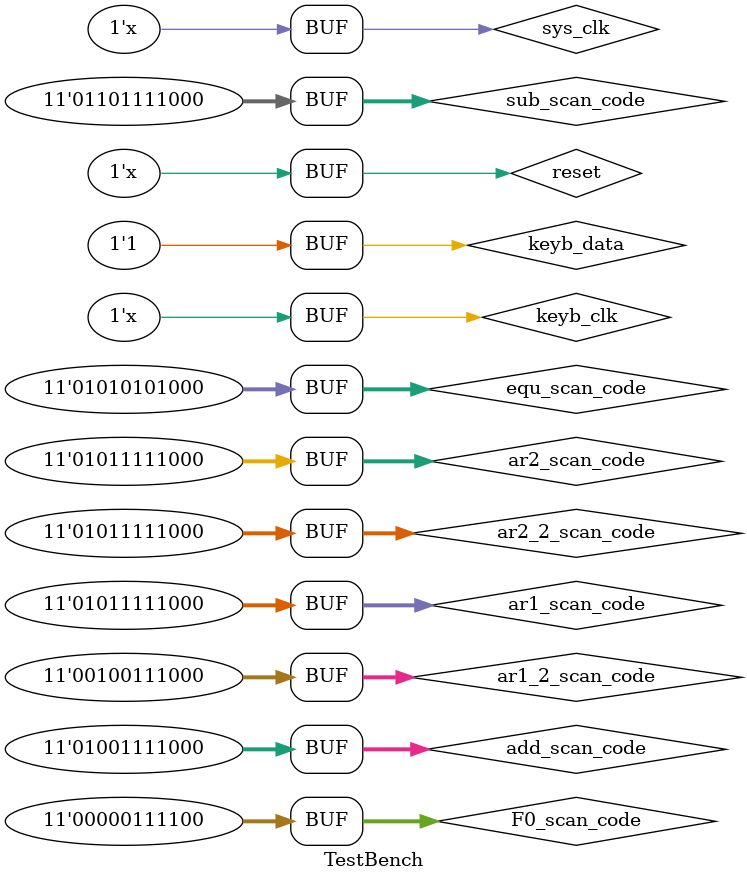
<source format=v>
module calculator(sys_clk,reset,keyb_clk,keyb_data,HEX7,HEX6,HEX5,HEX4,HEX3,HEX2,a,b,c,disp1,disp2,result,next_calc_state,keyb_data_8bit);
   input sys_clk,reset,keyb_data;//οι είσοδοι του κυκλώματος
   input keyb_clk;//keyb_clk που λειτουργεί και σαν είσοδος και σαν έξοδος
   //inout keyb_clk;//keyb_clk που λειτουργεί και σαν είσοδος και σαν έξοδος
   output reg [6:0] HEX2,HEX3,HEX4,HEX5,HEX6,HEX7;//οι έξοδοι του κυκλώματος μας για την αναπαράσταση της πράξης
   parameter [2:0] WAIT_OPERAND1=3'b000,WAIT_OPERATOR=3'b001,WAIT_OPERAND2=3'b010,WAIT_EQ=3'b011,WAIT_F0=3'b100,AFTER_F0=3'b101;//όλες οι καταστάσεις του state machine
   
   reg [5:0] keyb_clk_samples;//ο right shift register που θα χρησιμοποιήσουμε για την δειγματοληψία του ρολογιού του πληκτρολογίου
   reg [10:0] keyb_data_reg;//o right shift register που θα χρησιμοποιήσουμε για την δειγματοληψία των δεδομένων που μας στέλνει το πληκτρολόγιο
   output reg [7:0] keyb_data_8bit;//register για την αποθήκευση και την αποκωδικοποίηση των 8-bit από τα 11 που στέλνει το πληκτρολόγιο για κάθε κουμπί
   
   output wire [5:0] result;//wire που θα χρησιμοποιήσουμε για την αποθήκευση του αποτελέσματος της πράξης
   wire [5:0] mux;//θα οδηγεί στην είσοδο του δεύτερου επιπέδου αποκωδικοποιητή το τελούμενο ή το άθροισμα ανάλογα με την τρέχουσα κατάσταση του fsm
   output reg [5:0] a;//register για την αποθήκευση της αποκωδικοποιημένης τιμής του πρώτου αριθμού
   output reg [5:0] b;//register για την αποθήκευση της αποκωδικοποιημένης τιμής του δεύτερου αριθμού
   output reg [5:0] c;//register για την αποθήκευση της αποκωδικοποιημένης τιμής
   reg op;//καταχωρητής του 1-bit ο οποίος θα καθορίζει την πράξη που θα εκτελεστεί
   
   //καταχωρητές που χρησιμοποιεί το fsm
   output reg [2:0] next_calc_state;
   reg [2:0] state;
   
   //καταχωρητές που χρησιμοποιεί ο δεύτερος αποκωδικοποιητής για την αποθήκευση των τιμών των displays
   output reg [6:0] disp1,disp2;
   
   
   //assign keyb_clk=(!keyb_data_reg[0])?1'b0:1'bz;//το πληκτρολόγιο δεν μπορεί να στείλει δεδομένα πριν επναρχικοποιηθεί ο keyb_data_reg register με άσσους   
   
   assign mux=(next_calc_state==WAIT_EQ)?result:c;//αν περιμένω αποτέλεσμα θα στείλω στον αποκωδικοποιητή το άθροισμα, αλλιώς το τελούμενο της πράξης
   
   assign result=op?a+(~b)+1'b1:a+b;//αν η τιμή του op είναι 1 κάνουμε αφαίρεση, αλλιώς κάνουμε πρόσθεση
   
   
   
   //σε αυτό το always περιγράφεται ο τρόπος λειτουργίας του keyb_clk_samples register
   always @(posedge sys_clk or posedge reset)
    begin
      if(reset)
	     keyb_clk_samples<=6'b000000;
	  else//ολίσθηση των bits προς τα δεξιά
	     keyb_clk_samples<={keyb_clk,keyb_clk_samples[5:1]};
    end
		 
   //σε αυτό το always περιγράφεται ο τρόπος λειτουργίας του keyb_data_reg register
   always @(posedge sys_clk or posedge reset)
    begin
      if(reset)
	     keyb_data_reg<=11'b11111111111;
	  else if(!keyb_data_reg[0])//αν ισχύει έχω λάβει τα 11-bit και κάνω αρχικοποίηση ξανά για την λήψη της επόμενης 11-abiths ποσότητας
	    begin
          keyb_data_8bit<=keyb_data_reg[8:1];//κρατάμε τα 8-bit ώστε να τα αποκωδικοποιήσουμε στη συνέχεια	
		  keyb_data_reg<=11'b11111111111;//αρχικοποίηση ξανά για την λήψη της επόμενης 11-abiths ποσότητας
	    end
	  else if(keyb_clk_samples==6'b000111)//αν έχει ανιχνευθεί μετάβαση από 1 σε 0 του keyb_clk τοτέ δειγματολειπτώ το keyb_data ολισθαίνοντας τα παλιά bits προς τα δεξιά
		 keyb_data_reg<={keyb_data,keyb_data_reg[10:1]};	 
    end
		 
   //σε αυτό το always περιγράφεται ο αποκωδικοποιητής ο οποίος παίρνει σαν είσοδο τα 8-bit από τα δεδομένα του πληκτρολογίου και επιστρέφει την αντίστοιχη 6-bit αναπαράσταση του δυαδικού αριθμού 
   always @(*)
    begin
		case(keyb_data_8bit)
		    8'h16: c<=6'd1;
		    8'h1E: c<=6'd2;
		    8'h26: c<=6'd3;
		    8'h25: c<=6'd4;
		    8'h2E: c<=6'd5;
		    8'h36: c<=6'd6;
		    8'h3D: c<=6'd7;
		    8'h3E: c<=6'd8;
		    8'h46: c<=6'd9;
		    8'h45: c<=6'd0;
		    8'h69: c<=6'd1;
		    8'h72: c<=6'd2;
		    8'h7A: c<=6'd3;
		    8'h6B: c<=6'd4;
		    8'h73: c<=6'd5;
		    8'h74: c<=6'd6;
		    8'h6C: c<=6'd7;
		    8'h75: c<=6'd8;
		    8'h7D: c<=6'd9;
		    8'h70: c<=6'd0;
		    default: c<=6'b100000;//περίπτωση που πατήθηκε κουμπί που δεν αντιστοιχεί σε αριθμό
		endcase
	end
		 	 
   //σε αυτό το always περιγράφεται ο αποκωδικοποιητής ο οποίος παίρνει σαν είσοδο ανάλογα με την κατάσταση του fsm είτε ένα τελούμενο είτε το άθροισμα της πρόσθεσης και καθορίζει τα αντίστοιχα 7-segment displays
   always @(*)
    begin
		case(mux)//o καταχωρητής disp1 αντιστοιχεί σε πρόσημο αν είναι αρνητικό το αποτέλεσμα ή σε αριθμό αν το αποτέλεσμα είναι διψήφιο, ενώ ο disp2 στον αριθμό
		   -6'd9: 
		     begin
               disp1<=7'b0111111; 
			   disp2<=7'b0010000;
			 end			   
		   -6'd8:
		     begin
               disp1<=7'b0111111; 
			   disp2<=7'b0000000;
			 end	
		   -6'd7:
		     begin
               disp1<=7'b0111111; 
			   disp2<=7'b1111000;
			 end	
		   -6'd6:
		     begin
               disp1<=7'b0111111; 
			   disp2<=7'b0000010;
			 end	
		   -6'd5:
		     begin
               disp1<=7'b0111111; 
			   disp2<=7'b0010010;
			 end	
		   -6'd4:
		     begin
               disp1<=7'b0111111; 
			   disp2<=7'b0011001;
			 end	
		   -6'd3:
		     begin
               disp1<=7'b0111111; 
			   disp2<=7'b0110000;
			 end	
		   -6'd2:
		     begin
               disp1<=7'b0111111; 
			   disp2<=7'b0100100;
			 end	
		   -6'd1:
		     begin
               disp1<=7'b0111111; 
			   disp2<=7'b1111001;
			 end	
		    6'd0:
			 begin
               disp1<=7'b1111111; 
			   disp2<=7'b1000000;
			 end	
		    6'd1:
			 begin
               disp1<=7'b1111111; 
			   disp2<=7'b1111001;
			 end	
		    6'd2:
			 begin
               disp1<=7'b1111111; 
			   disp2<=7'b0100100;
			 end
		    6'd3:
			 begin
               disp1<=7'b1111111; 
			   disp2<=7'b0110000;
			 end
		    6'd4:
			 begin
               disp1<=7'b1111111; 
			   disp2<=7'b0011001;
			 end
		    6'd5:
			 begin
               disp1<=7'b1111111; 
			   disp2<=7'b0010010;
			 end
		    6'd6:
			 begin
               disp1<=7'b1111111; 
			   disp2<=7'b0000010;
			 end
		    6'd7:
			 begin
               disp1<=7'b1111111; 
			   disp2<=7'b1111000;
			 end
		    6'd8:
			 begin
               disp1<=7'b1111111; 
			   disp2<=7'b0000000;
			 end
		    6'd9:
			 begin
               disp1<=7'b1111111; 
			   disp2<=7'b0010000;
			 end
		    6'd10:
			 begin
               disp1<=7'b1111001; 
			   disp2<=7'b1000000;
			 end
		    6'd11:
			 begin
               disp1<=7'b1111001; 
			   disp2<=7'b1111001;
			 end
		    6'd12:
			 begin
               disp1<=7'b1111001; 
			   disp2<=7'b0100100;
			 end
		    6'd13:
			 begin
               disp1<=7'b1111001; 
			   disp2<=7'b0110000;
			 end
		    6'd14:
			 begin
               disp1<=7'b1111001; 
			   disp2<=7'b0011001;
			 end
		    6'd15:
			 begin
               disp1<=7'b1111001; 
			   disp2<=7'b0010010;
			 end
		    6'd16:
			 begin
               disp1<=7'b1111001; 
			   disp2<=7'b0000010;
			 end
		    6'd17:
			 begin
               disp1<=7'b1111001; 
			   disp2<=7'b1111000;
			 end
		    6'd18:
			 begin
               disp1<=7'b1111001; 
			   disp2<=7'b0000000;
			 end
		    default:
			 begin
               disp1<=7'b0000100; 
			   disp2<=7'b0000100;
			 end
		endcase
	end	 
		 	 
    //υλοποίηση του finite state machine
	always @(posedge sys_clk or posedge reset)
	 begin
	  if(reset)//αρχικοποιήσεις του καταχωρητή next_calc_state και των 7-segments
	     begin
			HEX2<=7'b1111111;
			HEX3<=7'b1111111;
			HEX4<=7'b1111111;
			HEX5<=7'b1111111;
			HEX6<=7'b1111111;
			HEX7<=7'b1111111;
			next_calc_state<=WAIT_OPERAND1;
		 end
	  else if(!keyb_data_reg[0])//αν ισχύει τότε ο register έχει γεμίσει, άρα έχει ληφθεί ένας scan κωδικός
        case(next_calc_state)
		   WAIT_OPERAND1: begin//τότε δείχνουμε στο 1ο 7-segment τον αριθμό που πατήθηκε, αποθηκεύουμε στον καταχωρητή a την αποκωδικοποιημένη τιμή 
							  HEX2<=7'b1111111;
							  HEX3<=7'b1111111;
							  HEX4<=7'b1111111;
							  HEX5<=7'b1111111;
							  HEX6<=7'b1111111;
							  if(c[5]!=1'b1)//αν έχει πατηθεί κουμπί που αντιστοιχεί σε αριθμό
								  begin
									 a<=c;//αποθηκεύω την αποκωδικοποιημένη τιμή τον καταχωρητή a
									 next_calc_state<=WAIT_F0;//αλλάζουμε την τρέχουσα κατάσταση του fsm
								  end
							 HEX7<=disp2;//δείχνω στο πρώτο 7-segment την έξοδο του 2ου αποκωδικοποιητή είτε θα είναι αριθμός είτε το e
							 state<=WAIT_OPERAND1;//αποθηκεύουμε την κύρια κατάσταση του fsm
					      end
		   WAIT_OPERATOR: begin
							 case(keyb_data_8bit)
								8'h79: begin
										   HEX6<=7'b0111001;//αν πατηθεί το + δείχνουνε το αντίστοιχο σύμβολο στο αντίσοιχο 7-segment προσήμου
										   op<=1'b0;//για op=0 εκτελείται η πράξη της πρόσθεσης
										   next_calc_state<=WAIT_F0;
										 end
								8'h7B: begin
										   HEX6<=7'b0111111;//αν πατηθεί το - δείχνουμε το - στο αντίστοιχο 7-segment προσήμου
										   op<=1'b1;//για op=0 εκτελείται η πράξη της αφαίρεσης
										   next_calc_state<=WAIT_F0;
										 end
								default: HEX6<=7'b0000100;//δείχνουμε στο αντίστοιχο 7-segment το e
							 endcase
							 state<=WAIT_OPERATOR;
						  end 					
		   WAIT_OPERAND2: begin
							   if(c[5]!=1'b1)//έχει πατηθεί αριθμός
									begin
									   b<=c;//αποθηκεύω την αποκωδικοποιημένη τιμή στον καταχωρητή b
									   next_calc_state<=WAIT_F0;
									end   
							   HEX5<=disp2;//δείχνουμε είτε αριθμό είτε το e στο αντίστοιχο 7-segment ανάλογα με την έξοδο του δεύτερου αποκωδικοποιητή
							   state<=WAIT_OPERAND2;
			              end 
		   WAIT_EQ: begin
					   if(keyb_data_8bit==8'h55)//αν πατήθηκε το πλήκτρο = ώστε να υπολογιστεί το αποτέλεσμα
							begin
							   HEX4<=7'b0111110;//αν πατηθεί το = δείχνουμε το = στο αντίστοιχο 7-segment του ίσον
							   HEX3<=disp1;//δείχνουμε στο 5ο 7-segment το αποτέλεσμα του αποκωδικοποιητή, δηλαδή αριθμό ή πρόσημο ή τίποτα
							   HEX2<=disp2;//δείχνουμε στο 5ο 7-segment το αποτέλεσμα του αποκωδικοποιητή που είναι αριθμός
							   next_calc_state<=WAIT_F0;
							end
					   else//αν πατήθηκε λάθος πλήκτρο
							HEX4<=7'b0000100;//δείχνουμε στο αντίστοιχο 7-segment το e   
					   state<=WAIT_EQ;
					end
		   WAIT_F0: begin
					  if(keyb_data_8bit==8'hF0)//έχουμε λάβει τον scan κωδικό F0 οπότε ο επόμενος κωδικός θα είναι ο scan κωδικός του πλήκτρου
						next_calc_state<=AFTER_F0;
			        end
		   AFTER_F0: begin
						  case(state)
							  WAIT_OPERAND1:next_calc_state<=WAIT_OPERATOR; 
							  WAIT_OPERATOR:next_calc_state<=WAIT_OPERAND2;
							  WAIT_OPERAND2:next_calc_state<=WAIT_EQ;
							  default:next_calc_state<=WAIT_OPERAND1;
						  endcase   
		             end   
		   default: begin          
					   HEX2<=7'b1111111;
					   HEX3<=7'b1111111;
					   HEX4<=7'b1111111;
					   HEX5<=7'b1111111;
					   HEX6<=7'b1111111;
					   HEX7<=7'b1111111;
					   next_calc_state<=WAIT_OPERAND1;
					end
		endcase
	 end
endmodule


//TestBench
module TestBench;
    wire [6:0] HEX7,HEX6,HEX5,HEX4,HEX3,HEX2,disp1,disp2;
	wire [5:0] a,b,c,result;
	wire [2:0] next_calc_state;
	wire [7:0] keyb_data_8bit;
    reg sys_clk,reset,keyb_clk,keyb_data;
	
	calculator calc(sys_clk,reset,keyb_clk,keyb_data,HEX7,HEX6,HEX5,HEX4,HEX3,HEX2,a,b,c,disp1,disp2,result,next_calc_state,keyb_data_8bit);
	
	reg [10:0] ar1_scan_code=11'b0_1011_1110_00;//στέλνω το 9 => 7D το γράφω D 7 κάθε κωδικός ανάποδα και ξεκινάω να στέλνω από την θέση 10 και μετά
	reg [10:0] add_scan_code=11'b0_1001_1110_00;//στέλνω το + => 79
	reg [10:0] ar2_scan_code=11'b0_1011_1110_00;//στέλνω το 9 => 7D
	//-------------------------------------------------------------
	reg [10:0] ar1_2_scan_code=11'b0_0100_1110_00;//στέλνω το 2 => 72 το γράφω 2 7 κάθε κωδικός ανάποδα και ξεκινάω να στέλνω από την θέση 10 και μετά
	reg [10:0] sub_scan_code=11'b0_1101_1110_00;//στέλνω το - => 7B
	reg [10:0] ar2_2_scan_code=11'b0_1011_1110_00;//στέλνω το 9 => 7D
	//-------------------------------------------------------------
	reg [10:0] equ_scan_code=11'b0_1010_1010_00;//στέλνω το = => 55
	reg [10:0] F0_scan_code=11'b0_0000_1111_00;//στέλνω το F0
	//-------------------------------------------------------------
	initial 
		begin 
		   sys_clk<=1'b0;
		   keyb_clk<=1'b1;
		   reset<=1'b1; 
		   #5 reset<=~reset;
		end
    initial
	    begin
		   //----------
		   //|ΠΡΟΣΘΕΣΗ|
		   //----------
           //στέλνω τον scan κωδικό του 1ου αριθμού
		   keyb_data<=ar1_scan_code[10];
		   #80 keyb_data<=ar1_scan_code[9];
		   #80 keyb_data<=ar1_scan_code[8];
		   #80 keyb_data<=ar1_scan_code[7];
		   #80 keyb_data<=ar1_scan_code[6];
		   #80 keyb_data<=ar1_scan_code[5];
		   #80 keyb_data<=ar1_scan_code[4];
		   #80 keyb_data<=ar1_scan_code[3];
		   #80 keyb_data<=ar1_scan_code[2];
		   #80 keyb_data<=ar1_scan_code[1];
		   #80 keyb_data<=ar1_scan_code[0];
		   //στέλνω τον scan κωδικό F0 για το 1ο αριθμό
		   #80 keyb_data<=F0_scan_code[10];
		   #80 keyb_data<=F0_scan_code[9];
		   #80 keyb_data<=F0_scan_code[8];
		   #80 keyb_data<=F0_scan_code[7];
		   #80 keyb_data<=F0_scan_code[6];
		   #80 keyb_data<=F0_scan_code[5];
		   #80 keyb_data<=F0_scan_code[4];
		   #80 keyb_data<=F0_scan_code[3];
		   #80 keyb_data<=F0_scan_code[2];
		   #80 keyb_data<=F0_scan_code[1];
		   #80 keyb_data<=F0_scan_code[0];
		   //στέλνω τον scan κωδικό μετά το F0 για τον 1ο αριθμό
		   #80 keyb_data<=ar1_scan_code[10];
		   #80 keyb_data<=ar1_scan_code[9];
		   #80 keyb_data<=ar1_scan_code[8];
		   #80 keyb_data<=ar1_scan_code[7];
		   #80 keyb_data<=ar1_scan_code[6];
		   #80 keyb_data<=ar1_scan_code[5];
		   #80 keyb_data<=ar1_scan_code[4];
		   #80 keyb_data<=ar1_scan_code[3];
		   #80 keyb_data<=ar1_scan_code[2];
		   #80 keyb_data<=ar1_scan_code[1];
		   #80 keyb_data<=ar1_scan_code[0];
		   //----------------------------------------------------------------------------------------------------------
		   //στέλνω τον scan κωδικό του προσήμου
		   #80 keyb_data<=add_scan_code[10];
		   #80 keyb_data<=add_scan_code[9];
		   #80 keyb_data<=add_scan_code[8];
		   #80 keyb_data<=add_scan_code[7];
		   #80 keyb_data<=add_scan_code[6];
		   #80 keyb_data<=add_scan_code[5];
		   #80 keyb_data<=add_scan_code[4];
		   #80 keyb_data<=add_scan_code[3];
		   #80 keyb_data<=add_scan_code[2];
		   #80 keyb_data<=add_scan_code[1];
		   #80 keyb_data<=add_scan_code[0];
		   //στέλνω τον scan κωδικό F0 για το πρόσημο
		   #80 keyb_data<=F0_scan_code[10];
		   #80 keyb_data<=F0_scan_code[9];
		   #80 keyb_data<=F0_scan_code[8];
		   #80 keyb_data<=F0_scan_code[7];
		   #80 keyb_data<=F0_scan_code[6];
		   #80 keyb_data<=F0_scan_code[5];
		   #80 keyb_data<=F0_scan_code[4];
		   #80 keyb_data<=F0_scan_code[3];
		   #80 keyb_data<=F0_scan_code[2];
		   #80 keyb_data<=F0_scan_code[1];
		   #80 keyb_data<=F0_scan_code[0];
		   //στέλνω τον scan κωδικό μετά το F0 για το πρόσημο
		   #80 keyb_data<=add_scan_code[10];
		   #80 keyb_data<=add_scan_code[9];
		   #80 keyb_data<=add_scan_code[8];
		   #80 keyb_data<=add_scan_code[7];
		   #80 keyb_data<=add_scan_code[6];
		   #80 keyb_data<=add_scan_code[5];
		   #80 keyb_data<=add_scan_code[4];
		   #80 keyb_data<=add_scan_code[3];
		   #80 keyb_data<=add_scan_code[2];
		   #80 keyb_data<=add_scan_code[1];
		   #80 keyb_data<=add_scan_code[0];
		   //----------------------------------------------------------------------------------------------------------
		   //στέλνω τον scan κωδικό του 2ου αριθμού
		   #80 keyb_data<=ar2_scan_code[10];
		   #80 keyb_data<=ar2_scan_code[9];
		   #80 keyb_data<=ar2_scan_code[8];
		   #80 keyb_data<=ar2_scan_code[7];
		   #80 keyb_data<=ar2_scan_code[6];
		   #80 keyb_data<=ar2_scan_code[5];
		   #80 keyb_data<=ar2_scan_code[4];
		   #80 keyb_data<=ar2_scan_code[3];
		   #80 keyb_data<=ar2_scan_code[2];
		   #80 keyb_data<=ar2_scan_code[1];
		   #80 keyb_data<=ar2_scan_code[0];
		   //στέλνω τον scan κωδικό F0 για το 2ο αριθμό
		   #80 keyb_data<=F0_scan_code[10];
		   #80 keyb_data<=F0_scan_code[9];
		   #80 keyb_data<=F0_scan_code[8];
		   #80 keyb_data<=F0_scan_code[7];
		   #80 keyb_data<=F0_scan_code[6];
		   #80 keyb_data<=F0_scan_code[5];
		   #80 keyb_data<=F0_scan_code[4];
		   #80 keyb_data<=F0_scan_code[3];
		   #80 keyb_data<=F0_scan_code[2];
		   #80 keyb_data<=F0_scan_code[1];
		   #80 keyb_data<=F0_scan_code[0];
		   //στέλνω τον scan κωδικό μετά το F0 για τον 2ο αριθμό
		   #80 keyb_data<=ar2_scan_code[10];
		   #80 keyb_data<=ar2_scan_code[9];
		   #80 keyb_data<=ar2_scan_code[8];
		   #80 keyb_data<=ar2_scan_code[7];
		   #80 keyb_data<=ar2_scan_code[6];
		   #80 keyb_data<=ar2_scan_code[5];
		   #80 keyb_data<=ar2_scan_code[4];
		   #80 keyb_data<=ar2_scan_code[3];
		   #80 keyb_data<=ar2_scan_code[2];
		   #80 keyb_data<=ar2_scan_code[1];
		   #80 keyb_data<=ar2_scan_code[0];
		   //----------------------------------------------------------------------------------------------------------
		   //στέλνω τον scan κωδικό του =
		   #80 keyb_data<=equ_scan_code[10];
		   #80 keyb_data<=equ_scan_code[9];
		   #80 keyb_data<=equ_scan_code[8];
		   #80 keyb_data<=equ_scan_code[7];
		   #80 keyb_data<=equ_scan_code[6];
		   #80 keyb_data<=equ_scan_code[5];
		   #80 keyb_data<=equ_scan_code[4];
		   #80 keyb_data<=equ_scan_code[3];
		   #80 keyb_data<=equ_scan_code[2];
		   #80 keyb_data<=equ_scan_code[1];
		   #80 keyb_data<=equ_scan_code[0];
		   //στέλνω τον scan κωδικό F0 για το =
		   #80 keyb_data<=F0_scan_code[10];
		   #80 keyb_data<=F0_scan_code[9];
		   #80 keyb_data<=F0_scan_code[8];
		   #80 keyb_data<=F0_scan_code[7];
		   #80 keyb_data<=F0_scan_code[6];
		   #80 keyb_data<=F0_scan_code[5];
		   #80 keyb_data<=F0_scan_code[4];
		   #80 keyb_data<=F0_scan_code[3];
		   #80 keyb_data<=F0_scan_code[2];
		   #80 keyb_data<=F0_scan_code[1];
		   #80 keyb_data<=F0_scan_code[0];
		   //στέλνω τον scan κωδικό μετά το F0 για το =
		   #80 keyb_data<=equ_scan_code[10];
		   #80 keyb_data<=equ_scan_code[9];
		   #80 keyb_data<=equ_scan_code[8];
		   #80 keyb_data<=equ_scan_code[7];
		   #80 keyb_data<=equ_scan_code[6];
		   #80 keyb_data<=equ_scan_code[5];
		   #80 keyb_data<=equ_scan_code[4];
		   #80 keyb_data<=equ_scan_code[3];
		   #80 keyb_data<=equ_scan_code[2];
		   #80 keyb_data<=equ_scan_code[1];
		   #80 keyb_data<=equ_scan_code[0];

		   
		   //----------
		   //|ΑΦΑΙΡΕΣΗ|
		   //----------
		   //στέλνω τον scan κωδικό του 1ου αριθμού
		   #80 keyb_data<=ar1_2_scan_code[10];
		   #80 keyb_data<=ar1_2_scan_code[9];
		   #80 keyb_data<=ar1_2_scan_code[8];
		   #80 keyb_data<=ar1_2_scan_code[7];
		   #80 keyb_data<=ar1_2_scan_code[6];
		   #80 keyb_data<=ar1_2_scan_code[5];
		   #80 keyb_data<=ar1_2_scan_code[4];
		   #80 keyb_data<=ar1_2_scan_code[3];
		   #80 keyb_data<=ar1_2_scan_code[2];
		   #80 keyb_data<=ar1_2_scan_code[1];
		   #80 keyb_data<=ar1_2_scan_code[0];
		   //στέλνω τον scan κωδικό F0 για το 1ο αριθμό
		   #80 keyb_data<=F0_scan_code[10];
		   #80 keyb_data<=F0_scan_code[9];
		   #80 keyb_data<=F0_scan_code[8];
		   #80 keyb_data<=F0_scan_code[7];
		   #80 keyb_data<=F0_scan_code[6];
		   #80 keyb_data<=F0_scan_code[5];
		   #80 keyb_data<=F0_scan_code[4];
		   #80 keyb_data<=F0_scan_code[3];
		   #80 keyb_data<=F0_scan_code[2];
		   #80 keyb_data<=F0_scan_code[1];
		   #80 keyb_data<=F0_scan_code[0];
		   //στέλνω τον scan κωδικό μετά το F0 για τον 1ο αριθμό
		   #80 keyb_data<=ar1_2_scan_code[10];
		   #80 keyb_data<=ar1_2_scan_code[9];
		   #80 keyb_data<=ar1_2_scan_code[8];
		   #80 keyb_data<=ar1_2_scan_code[7];
		   #80 keyb_data<=ar1_2_scan_code[6];
		   #80 keyb_data<=ar1_2_scan_code[5];
		   #80 keyb_data<=ar1_2_scan_code[4];
		   #80 keyb_data<=ar1_2_scan_code[3];
		   #80 keyb_data<=ar1_2_scan_code[2];
		   #80 keyb_data<=ar1_2_scan_code[1];
		   #80 keyb_data<=ar1_2_scan_code[0];
		   //----------------------------------------------------------------------------------------------------------
		   //στέλνω τον scan κωδικό του προσήμου
		   #80 keyb_data<=sub_scan_code[10];
		   #80 keyb_data<=sub_scan_code[9];
		   #80 keyb_data<=sub_scan_code[8];
		   #80 keyb_data<=sub_scan_code[7];
		   #80 keyb_data<=sub_scan_code[6];
		   #80 keyb_data<=sub_scan_code[5];
		   #80 keyb_data<=sub_scan_code[4];
		   #80 keyb_data<=sub_scan_code[3];
		   #80 keyb_data<=sub_scan_code[2];
		   #80 keyb_data<=sub_scan_code[1];
		   #80 keyb_data<=sub_scan_code[0];
		   //στέλνω τον scan κωδικό F0 για το πρόσημο
		   #80 keyb_data<=F0_scan_code[10];
		   #80 keyb_data<=F0_scan_code[9];
		   #80 keyb_data<=F0_scan_code[8];
		   #80 keyb_data<=F0_scan_code[7];
		   #80 keyb_data<=F0_scan_code[6];
		   #80 keyb_data<=F0_scan_code[5];
		   #80 keyb_data<=F0_scan_code[4];
		   #80 keyb_data<=F0_scan_code[3];
		   #80 keyb_data<=F0_scan_code[2];
		   #80 keyb_data<=F0_scan_code[1];
		   #80 keyb_data<=F0_scan_code[0];
		   //στέλνω τον scan κωδικό μετά το F0 για το πρόσημο
		   #80 keyb_data<=sub_scan_code[10];
		   #80 keyb_data<=sub_scan_code[9];
		   #80 keyb_data<=sub_scan_code[8];
		   #80 keyb_data<=sub_scan_code[7];
		   #80 keyb_data<=sub_scan_code[6];
		   #80 keyb_data<=sub_scan_code[5];
		   #80 keyb_data<=sub_scan_code[4];
		   #80 keyb_data<=sub_scan_code[3];
		   #80 keyb_data<=sub_scan_code[2];
		   #80 keyb_data<=sub_scan_code[1];
		   #80 keyb_data<=sub_scan_code[0];
		   //----------------------------------------------------------------------------------------------------------
		   //στέλνω τον scan κωδικό του 2ου αριθμού
		   #80 keyb_data<=ar2_2_scan_code[10];
		   #80 keyb_data<=ar2_2_scan_code[9];
		   #80 keyb_data<=ar2_2_scan_code[8];
		   #80 keyb_data<=ar2_2_scan_code[7];
		   #80 keyb_data<=ar2_2_scan_code[6];
		   #80 keyb_data<=ar2_2_scan_code[5];
		   #80 keyb_data<=ar2_2_scan_code[4];
		   #80 keyb_data<=ar2_2_scan_code[3];
		   #80 keyb_data<=ar2_2_scan_code[2];
		   #80 keyb_data<=ar2_2_scan_code[1];
		   #80 keyb_data<=ar2_2_scan_code[0];
		   //στέλνω τον scan κωδικό F0 για το 2ο αριθμό
		   #80 keyb_data<=F0_scan_code[10];
		   #80 keyb_data<=F0_scan_code[9];
		   #80 keyb_data<=F0_scan_code[8];
		   #80 keyb_data<=F0_scan_code[7];
		   #80 keyb_data<=F0_scan_code[6];
		   #80 keyb_data<=F0_scan_code[5];
		   #80 keyb_data<=F0_scan_code[4];
		   #80 keyb_data<=F0_scan_code[3];
		   #80 keyb_data<=F0_scan_code[2];
		   #80 keyb_data<=F0_scan_code[1];
		   #80 keyb_data<=F0_scan_code[0];
		   //στέλνω τον scan κωδικό μετά το F0 για τον 2ο αριθμό
		   #80 keyb_data<=ar2_2_scan_code[10];
		   #80 keyb_data<=ar2_2_scan_code[9];
		   #80 keyb_data<=ar2_2_scan_code[8];
		   #80 keyb_data<=ar2_2_scan_code[7];
		   #80 keyb_data<=ar2_2_scan_code[6];
		   #80 keyb_data<=ar2_2_scan_code[5];
		   #80 keyb_data<=ar2_2_scan_code[4];
		   #80 keyb_data<=ar2_2_scan_code[3];
		   #80 keyb_data<=ar2_2_scan_code[2];
		   #80 keyb_data<=ar2_2_scan_code[1];
		   #80 keyb_data<=ar2_2_scan_code[0];
		   //----------------------------------------------------------------------------------------------------------
		   //στέλνω τον scan κωδικό του =
		   #80 keyb_data<=equ_scan_code[10];
		   #80 keyb_data<=equ_scan_code[9];
		   #80 keyb_data<=equ_scan_code[8];
		   #80 keyb_data<=equ_scan_code[7];
		   #80 keyb_data<=equ_scan_code[6];
		   #80 keyb_data<=equ_scan_code[5];
		   #80 keyb_data<=equ_scan_code[4];
		   #80 keyb_data<=equ_scan_code[3];
		   #80 keyb_data<=equ_scan_code[2];
		   #80 keyb_data<=equ_scan_code[1];
		   #80 keyb_data<=equ_scan_code[0];
		   //στέλνω τον scan κωδικό F0 για το =
		   #80 keyb_data<=F0_scan_code[10];
		   #80 keyb_data<=F0_scan_code[9];
		   #80 keyb_data<=F0_scan_code[8];
		   #80 keyb_data<=F0_scan_code[7];
		   #80 keyb_data<=F0_scan_code[6];
		   #80 keyb_data<=F0_scan_code[5];
		   #80 keyb_data<=F0_scan_code[4];
		   #80 keyb_data<=F0_scan_code[3];
		   #80 keyb_data<=F0_scan_code[2];
		   #80 keyb_data<=F0_scan_code[1];
		   #80 keyb_data<=F0_scan_code[0];
		   //στέλνω τον scan κωδικό μετά το F0 για το =
		   #80 keyb_data<=equ_scan_code[10];
		   #80 keyb_data<=equ_scan_code[9];
		   #80 keyb_data<=equ_scan_code[8];
		   #80 keyb_data<=equ_scan_code[7];
		   #80 keyb_data<=equ_scan_code[6];
		   #80 keyb_data<=equ_scan_code[5];
		   #80 keyb_data<=equ_scan_code[4];
		   #80 keyb_data<=equ_scan_code[3];
		   #80 keyb_data<=equ_scan_code[2];
		   #80 keyb_data<=equ_scan_code[1];
		   #80 keyb_data<=equ_scan_code[0];

           #80 keyb_data<=1'b1;//το θέτω 1, ώστε να μην γεμίσει ποτέ ο καταχωρητής δειγματοληψίας του key_data και ξανααρχικοποιηθούν τα HEX		   
		end
	always 
	   #1 sys_clk<=~sys_clk;
	always
	   #40 keyb_clk<=~keyb_clk;
endmodule
</source>
